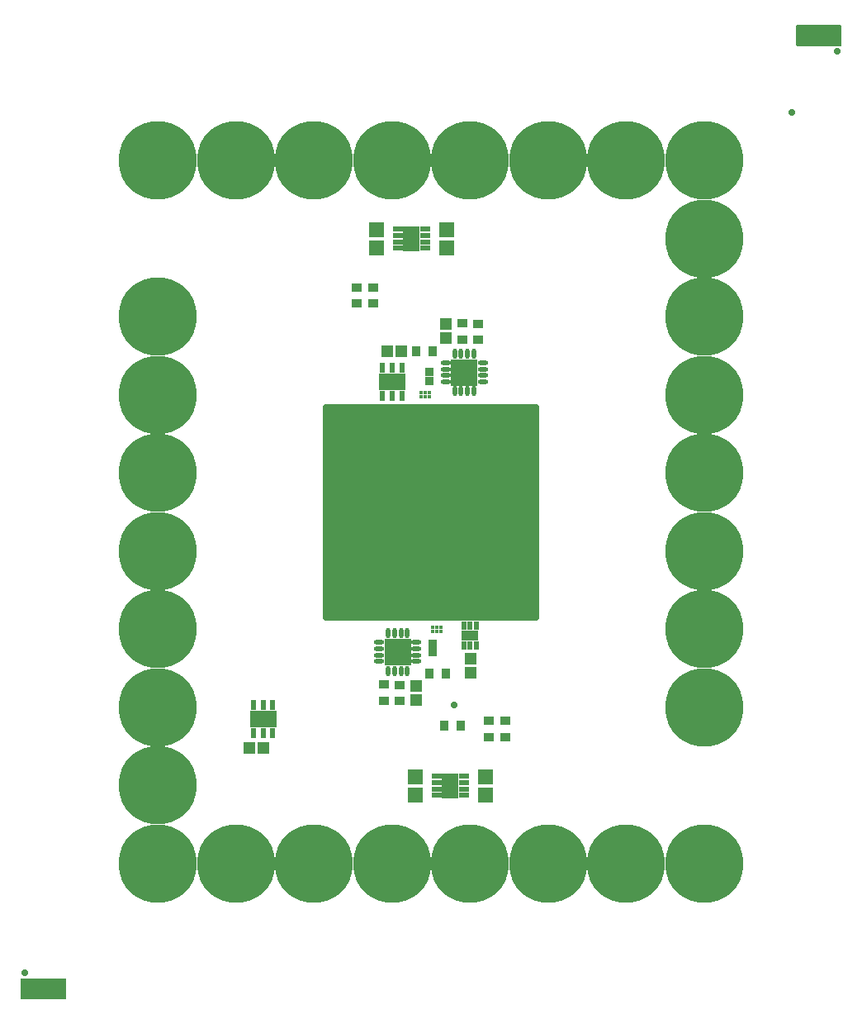
<source format=gts>
G04*
G04 #@! TF.GenerationSoftware,Altium Limited,Altium Designer,23.8.1 (32)*
G04*
G04 Layer_Color=8388736*
%FSLAX25Y25*%
%MOIN*%
G70*
G04*
G04 #@! TF.SameCoordinates,E08CAFE3-3647-4911-8EA2-20DD2F02231A*
G04*
G04*
G04 #@! TF.FilePolarity,Negative*
G04*
G01*
G75*
%ADD30R,0.01968X0.03543*%
%ADD31R,0.07087X0.04291*%
%ADD32R,0.06653X0.10236*%
%ADD33R,0.04331X0.02165*%
%ADD34C,0.01575*%
%ADD35R,0.11024X0.11024*%
%ADD36O,0.04134X0.01968*%
%ADD37O,0.01968X0.04134*%
%ADD38R,0.02362X0.03937*%
%ADD39R,0.10630X0.06693*%
%ADD40R,0.03543X0.04331*%
%ADD41R,0.04331X0.03543*%
G04:AMPARAMS|DCode=42|XSize=874.02mil|YSize=874.02mil|CornerRadius=12.6mil|HoleSize=0mil|Usage=FLASHONLY|Rotation=90.000|XOffset=0mil|YOffset=0mil|HoleType=Round|Shape=RoundedRectangle|*
%AMROUNDEDRECTD42*
21,1,0.87402,0.84882,0,0,90.0*
21,1,0.84882,0.87402,0,0,90.0*
1,1,0.02520,0.42441,0.42441*
1,1,0.02520,0.42441,-0.42441*
1,1,0.02520,-0.42441,-0.42441*
1,1,0.02520,-0.42441,0.42441*
%
%ADD42ROUNDEDRECTD42*%
%ADD43R,0.04724X0.04724*%
%ADD44R,0.06496X0.05906*%
%ADD45R,0.03622X0.03465*%
%ADD46R,0.04724X0.04724*%
%ADD47C,0.31496*%
%ADD48C,0.02756*%
G36*
X165012Y196651D02*
X165063Y196641D01*
X165112Y196624D01*
X165158Y196601D01*
X165201Y196573D01*
X165240Y196539D01*
X165633Y196145D01*
X165667Y196106D01*
X165696Y196063D01*
X165719Y196017D01*
X165735Y195968D01*
X165745Y195918D01*
X165749Y195866D01*
Y188386D01*
X165745Y188334D01*
X165735Y188284D01*
X165719Y188235D01*
X165696Y188189D01*
X165667Y188146D01*
X165633Y188107D01*
X165594Y188073D01*
X165552Y188044D01*
X165505Y188021D01*
X165456Y188005D01*
X165406Y187995D01*
X165354Y187991D01*
X164173D01*
X164122Y187995D01*
X164071Y188005D01*
X164022Y188021D01*
X163976Y188044D01*
X163930Y188021D01*
X163882Y188005D01*
X163831Y187995D01*
X163779Y187991D01*
X163386D01*
X163334Y187995D01*
X163284Y188005D01*
X163235Y188021D01*
X163189Y188044D01*
X163143Y188021D01*
X163094Y188005D01*
X163044Y187995D01*
X162992Y187991D01*
X161811D01*
X161759Y187995D01*
X161709Y188005D01*
X161660Y188021D01*
X161614Y188044D01*
X161568Y188021D01*
X161520Y188005D01*
X161469Y187995D01*
X161417Y187991D01*
X161024D01*
X160972Y187995D01*
X160922Y188005D01*
X160873Y188021D01*
X160827Y188044D01*
X160781Y188021D01*
X160732Y188005D01*
X160681Y187995D01*
X160630Y187991D01*
X159449D01*
X159397Y187995D01*
X159347Y188005D01*
X159298Y188021D01*
X159252Y188044D01*
X159206Y188021D01*
X159157Y188005D01*
X159107Y187995D01*
X159055Y187991D01*
X158661D01*
X158610Y187995D01*
X158559Y188005D01*
X158510Y188021D01*
X158465Y188044D01*
X158419Y188021D01*
X158370Y188005D01*
X158319Y187995D01*
X158268Y187991D01*
X157087D01*
X157035Y187995D01*
X156984Y188005D01*
X156936Y188021D01*
X156890Y188044D01*
X156844Y188021D01*
X156795Y188005D01*
X156744Y187995D01*
X156693Y187991D01*
X156299D01*
X156248Y187995D01*
X156197Y188005D01*
X156148Y188021D01*
X156102Y188044D01*
X156056Y188021D01*
X156008Y188005D01*
X155957Y187995D01*
X155905Y187991D01*
X154724D01*
X154673Y187995D01*
X154622Y188005D01*
X154573Y188021D01*
X154528Y188044D01*
X154482Y188021D01*
X154433Y188005D01*
X154382Y187995D01*
X154331Y187991D01*
X153937D01*
X153885Y187995D01*
X153835Y188005D01*
X153786Y188021D01*
X153740Y188044D01*
X153694Y188021D01*
X153645Y188005D01*
X153595Y187995D01*
X153543Y187991D01*
X152362D01*
X152311Y187995D01*
X152260Y188005D01*
X152211Y188021D01*
X152165Y188044D01*
X152120Y188021D01*
X152071Y188005D01*
X152020Y187995D01*
X151969Y187991D01*
X151575D01*
X151523Y187995D01*
X151473Y188005D01*
X151424Y188021D01*
X151378Y188044D01*
X151332Y188021D01*
X151283Y188005D01*
X151233Y187995D01*
X151181Y187991D01*
X150000D01*
X149949Y187995D01*
X149898Y188005D01*
X149849Y188021D01*
X149803Y188044D01*
X149757Y188021D01*
X149708Y188005D01*
X149658Y187995D01*
X149606Y187991D01*
X149213D01*
X149161Y187995D01*
X149110Y188005D01*
X149062Y188021D01*
X149016Y188044D01*
X148970Y188021D01*
X148921Y188005D01*
X148870Y187995D01*
X148819Y187991D01*
X147638D01*
X147586Y187995D01*
X147536Y188005D01*
X147487Y188021D01*
X147441Y188044D01*
X147398Y188073D01*
X147359Y188107D01*
X147325Y188146D01*
X147296Y188189D01*
X147273Y188235D01*
X147257Y188284D01*
X147247Y188334D01*
X147243Y188386D01*
Y195866D01*
X147247Y195918D01*
X147257Y195968D01*
X147273Y196017D01*
X147296Y196063D01*
X147325Y196106D01*
X147359Y196145D01*
X147752Y196539D01*
X147752Y196539D01*
X147791Y196573D01*
X147834Y196601D01*
X147880Y196624D01*
X147929Y196641D01*
X147980Y196651D01*
X148031Y196654D01*
X148425D01*
X148477Y196651D01*
X148527Y196641D01*
X148576Y196624D01*
X148623Y196601D01*
X148665Y196573D01*
X148704Y196539D01*
X148844Y196399D01*
X148848Y196411D01*
X148871Y196457D01*
X148900Y196500D01*
X148934Y196539D01*
X148972Y196573D01*
X149015Y196601D01*
X149062Y196624D01*
X149110Y196641D01*
X149161Y196651D01*
X149213Y196654D01*
X149606D01*
X149658Y196651D01*
X149708Y196641D01*
X149757Y196624D01*
X149804Y196601D01*
X149846Y196573D01*
X149885Y196539D01*
X149919Y196500D01*
X149948Y196457D01*
X149971Y196411D01*
X149975Y196399D01*
X150115Y196539D01*
X150154Y196573D01*
X150196Y196601D01*
X150243Y196624D01*
X150292Y196641D01*
X150342Y196651D01*
X150394Y196654D01*
X150787D01*
X150839Y196651D01*
X150890Y196641D01*
X150938Y196624D01*
X150985Y196601D01*
X151028Y196573D01*
X151066Y196539D01*
X151206Y196399D01*
X151210Y196411D01*
X151233Y196457D01*
X151262Y196500D01*
X151296Y196539D01*
X151335Y196573D01*
X151377Y196601D01*
X151424Y196624D01*
X151473Y196641D01*
X151523Y196651D01*
X151575Y196654D01*
X151969D01*
X152020Y196651D01*
X152071Y196641D01*
X152120Y196624D01*
X152166Y196601D01*
X152209Y196573D01*
X152248Y196539D01*
X152281Y196500D01*
X152310Y196457D01*
X152333Y196411D01*
X152337Y196399D01*
X152477Y196539D01*
X152516Y196573D01*
X152559Y196601D01*
X152605Y196624D01*
X152654Y196641D01*
X152704Y196651D01*
X152756Y196654D01*
X153150D01*
X153201Y196651D01*
X153252Y196641D01*
X153301Y196624D01*
X153347Y196601D01*
X153390Y196573D01*
X153429Y196539D01*
X153568Y196399D01*
X153572Y196411D01*
X153595Y196457D01*
X153624Y196500D01*
X153658Y196539D01*
X153697Y196573D01*
X153740Y196601D01*
X153786Y196624D01*
X153835Y196641D01*
X153885Y196651D01*
X153937Y196654D01*
X154331D01*
X154382Y196651D01*
X154433Y196641D01*
X154482Y196624D01*
X154528Y196601D01*
X154571Y196573D01*
X154610Y196539D01*
X154644Y196500D01*
X154672Y196457D01*
X154695Y196411D01*
X154699Y196399D01*
X154839Y196539D01*
X154878Y196573D01*
X154921Y196601D01*
X154967Y196624D01*
X155016Y196641D01*
X155067Y196651D01*
X155118Y196654D01*
X155512D01*
X155563Y196651D01*
X155614Y196641D01*
X155663Y196624D01*
X155709Y196601D01*
X155752Y196573D01*
X155791Y196539D01*
X155931Y196399D01*
X155935Y196411D01*
X155957Y196457D01*
X155986Y196500D01*
X156020Y196539D01*
X156059Y196573D01*
X156102Y196601D01*
X156148Y196624D01*
X156197Y196641D01*
X156248Y196651D01*
X156299Y196654D01*
X156693D01*
X156744Y196651D01*
X156795Y196641D01*
X156844Y196624D01*
X156890Y196601D01*
X156933Y196573D01*
X156972Y196539D01*
X157006Y196500D01*
X157035Y196457D01*
X157057Y196411D01*
X157062Y196399D01*
X157201Y196539D01*
X157240Y196573D01*
X157283Y196601D01*
X157329Y196624D01*
X157378Y196641D01*
X157429Y196651D01*
X157480Y196654D01*
X157874D01*
X157925Y196651D01*
X157976Y196641D01*
X158025Y196624D01*
X158071Y196601D01*
X158114Y196573D01*
X158153Y196539D01*
X158293Y196399D01*
X158297Y196411D01*
X158320Y196457D01*
X158348Y196500D01*
X158382Y196539D01*
X158421Y196573D01*
X158464Y196601D01*
X158510Y196624D01*
X158559Y196641D01*
X158610Y196651D01*
X158661Y196654D01*
X159055D01*
X159107Y196651D01*
X159157Y196641D01*
X159206Y196624D01*
X159252Y196601D01*
X159295Y196573D01*
X159334Y196539D01*
X159368Y196500D01*
X159397Y196457D01*
X159420Y196411D01*
X159424Y196399D01*
X159564Y196539D01*
X159602Y196573D01*
X159645Y196601D01*
X159692Y196624D01*
X159740Y196641D01*
X159791Y196651D01*
X159843Y196654D01*
X160236D01*
X160288Y196651D01*
X160338Y196641D01*
X160387Y196624D01*
X160433Y196601D01*
X160476Y196573D01*
X160515Y196539D01*
X160655Y196399D01*
X160659Y196411D01*
X160682Y196457D01*
X160711Y196500D01*
X160745Y196539D01*
X160783Y196573D01*
X160826Y196601D01*
X160873Y196624D01*
X160922Y196641D01*
X160972Y196651D01*
X161024Y196654D01*
X161417D01*
X161469Y196651D01*
X161520Y196641D01*
X161568Y196624D01*
X161615Y196601D01*
X161658Y196573D01*
X161696Y196539D01*
X161730Y196500D01*
X161759Y196457D01*
X161782Y196411D01*
X161786Y196399D01*
X161926Y196539D01*
X161965Y196573D01*
X162007Y196601D01*
X162054Y196624D01*
X162103Y196641D01*
X162153Y196651D01*
X162205Y196654D01*
X162598D01*
X162650Y196651D01*
X162700Y196641D01*
X162749Y196624D01*
X162796Y196601D01*
X162839Y196573D01*
X162877Y196539D01*
X163017Y196399D01*
X163021Y196411D01*
X163044Y196457D01*
X163073Y196500D01*
X163107Y196539D01*
X163146Y196573D01*
X163189Y196601D01*
X163235Y196624D01*
X163284Y196641D01*
X163334Y196651D01*
X163386Y196654D01*
X163779D01*
X163831Y196651D01*
X163882Y196641D01*
X163930Y196624D01*
X163977Y196601D01*
X164020Y196573D01*
X164058Y196539D01*
X164093Y196500D01*
X164121Y196457D01*
X164144Y196411D01*
X164148Y196399D01*
X164288Y196539D01*
X164327Y196573D01*
X164370Y196601D01*
X164416Y196624D01*
X164465Y196641D01*
X164515Y196651D01*
X164567Y196654D01*
X164961D01*
X165012Y196651D01*
D02*
G37*
G36*
X-147586Y-187995D02*
X-147536Y-188005D01*
X-147487Y-188021D01*
X-147441Y-188044D01*
X-147398Y-188073D01*
X-147359Y-188107D01*
X-147325Y-188146D01*
X-147296Y-188189D01*
X-147273Y-188235D01*
X-147257Y-188284D01*
X-147247Y-188334D01*
X-147243Y-188386D01*
Y-195866D01*
X-147247Y-195918D01*
X-147257Y-195968D01*
X-147273Y-196017D01*
X-147296Y-196063D01*
X-147325Y-196106D01*
X-147359Y-196145D01*
X-147752Y-196539D01*
X-147752Y-196539D01*
X-147791Y-196573D01*
X-147834Y-196601D01*
X-147880Y-196624D01*
X-147929Y-196641D01*
X-147980Y-196651D01*
X-148031Y-196654D01*
X-148425D01*
X-148477Y-196651D01*
X-148527Y-196641D01*
X-148576Y-196624D01*
X-148623Y-196601D01*
X-148665Y-196573D01*
X-148704Y-196539D01*
X-148844Y-196399D01*
X-148848Y-196411D01*
X-148871Y-196457D01*
X-148900Y-196500D01*
X-148934Y-196539D01*
X-148972Y-196573D01*
X-149015Y-196601D01*
X-149062Y-196624D01*
X-149110Y-196641D01*
X-149161Y-196651D01*
X-149213Y-196654D01*
X-149606D01*
X-149658Y-196651D01*
X-149708Y-196641D01*
X-149757Y-196624D01*
X-149804Y-196601D01*
X-149846Y-196573D01*
X-149885Y-196539D01*
X-149919Y-196500D01*
X-149948Y-196457D01*
X-149971Y-196411D01*
X-149975Y-196399D01*
X-150115Y-196539D01*
X-150154Y-196573D01*
X-150196Y-196601D01*
X-150243Y-196624D01*
X-150292Y-196641D01*
X-150342Y-196651D01*
X-150394Y-196654D01*
X-150787D01*
X-150839Y-196651D01*
X-150890Y-196641D01*
X-150938Y-196624D01*
X-150985Y-196601D01*
X-151028Y-196573D01*
X-151066Y-196539D01*
X-151206Y-196399D01*
X-151210Y-196411D01*
X-151233Y-196457D01*
X-151262Y-196500D01*
X-151296Y-196539D01*
X-151335Y-196573D01*
X-151377Y-196601D01*
X-151424Y-196624D01*
X-151473Y-196641D01*
X-151523Y-196651D01*
X-151575Y-196654D01*
X-151969D01*
X-152020Y-196651D01*
X-152071Y-196641D01*
X-152120Y-196624D01*
X-152166Y-196601D01*
X-152209Y-196573D01*
X-152248Y-196539D01*
X-152281Y-196500D01*
X-152310Y-196457D01*
X-152333Y-196411D01*
X-152337Y-196399D01*
X-152477Y-196539D01*
X-152516Y-196573D01*
X-152559Y-196601D01*
X-152605Y-196624D01*
X-152654Y-196641D01*
X-152704Y-196651D01*
X-152756Y-196654D01*
X-153150D01*
X-153201Y-196651D01*
X-153252Y-196641D01*
X-153301Y-196624D01*
X-153347Y-196601D01*
X-153390Y-196573D01*
X-153429Y-196539D01*
X-153568Y-196399D01*
X-153572Y-196411D01*
X-153595Y-196457D01*
X-153624Y-196500D01*
X-153658Y-196539D01*
X-153697Y-196573D01*
X-153740Y-196601D01*
X-153786Y-196624D01*
X-153835Y-196641D01*
X-153885Y-196651D01*
X-153937Y-196654D01*
X-154331D01*
X-154382Y-196651D01*
X-154433Y-196641D01*
X-154482Y-196624D01*
X-154528Y-196601D01*
X-154571Y-196573D01*
X-154610Y-196539D01*
X-154644Y-196500D01*
X-154672Y-196457D01*
X-154695Y-196411D01*
X-154699Y-196399D01*
X-154839Y-196539D01*
X-154878Y-196573D01*
X-154921Y-196601D01*
X-154967Y-196624D01*
X-155016Y-196641D01*
X-155067Y-196651D01*
X-155118Y-196654D01*
X-155512D01*
X-155563Y-196651D01*
X-155614Y-196641D01*
X-155663Y-196624D01*
X-155709Y-196601D01*
X-155752Y-196573D01*
X-155791Y-196539D01*
X-155931Y-196399D01*
X-155935Y-196411D01*
X-155957Y-196457D01*
X-155986Y-196500D01*
X-156020Y-196539D01*
X-156059Y-196573D01*
X-156102Y-196601D01*
X-156148Y-196624D01*
X-156197Y-196641D01*
X-156248Y-196651D01*
X-156299Y-196654D01*
X-156693D01*
X-156744Y-196651D01*
X-156795Y-196641D01*
X-156844Y-196624D01*
X-156890Y-196601D01*
X-156933Y-196573D01*
X-156972Y-196539D01*
X-157006Y-196500D01*
X-157035Y-196457D01*
X-157057Y-196411D01*
X-157062Y-196399D01*
X-157201Y-196539D01*
X-157240Y-196573D01*
X-157283Y-196601D01*
X-157329Y-196624D01*
X-157378Y-196641D01*
X-157429Y-196651D01*
X-157480Y-196654D01*
X-157874D01*
X-157925Y-196651D01*
X-157976Y-196641D01*
X-158025Y-196624D01*
X-158071Y-196601D01*
X-158114Y-196573D01*
X-158153Y-196539D01*
X-158293Y-196399D01*
X-158297Y-196411D01*
X-158320Y-196457D01*
X-158348Y-196500D01*
X-158382Y-196539D01*
X-158421Y-196573D01*
X-158464Y-196601D01*
X-158510Y-196624D01*
X-158559Y-196641D01*
X-158610Y-196651D01*
X-158661Y-196654D01*
X-159055D01*
X-159107Y-196651D01*
X-159157Y-196641D01*
X-159206Y-196624D01*
X-159252Y-196601D01*
X-159295Y-196573D01*
X-159334Y-196539D01*
X-159368Y-196500D01*
X-159397Y-196457D01*
X-159420Y-196411D01*
X-159424Y-196399D01*
X-159564Y-196539D01*
X-159602Y-196573D01*
X-159645Y-196601D01*
X-159692Y-196624D01*
X-159740Y-196641D01*
X-159791Y-196651D01*
X-159843Y-196654D01*
X-160236D01*
X-160288Y-196651D01*
X-160338Y-196641D01*
X-160387Y-196624D01*
X-160433Y-196601D01*
X-160476Y-196573D01*
X-160515Y-196539D01*
X-160655Y-196399D01*
X-160659Y-196411D01*
X-160682Y-196457D01*
X-160711Y-196500D01*
X-160745Y-196539D01*
X-160783Y-196573D01*
X-160826Y-196601D01*
X-160873Y-196624D01*
X-160922Y-196641D01*
X-160972Y-196651D01*
X-161024Y-196654D01*
X-161417D01*
X-161469Y-196651D01*
X-161520Y-196641D01*
X-161568Y-196624D01*
X-161615Y-196601D01*
X-161658Y-196573D01*
X-161696Y-196539D01*
X-161730Y-196500D01*
X-161759Y-196457D01*
X-161782Y-196411D01*
X-161786Y-196399D01*
X-161926Y-196539D01*
X-161965Y-196573D01*
X-162007Y-196601D01*
X-162054Y-196624D01*
X-162103Y-196641D01*
X-162153Y-196651D01*
X-162205Y-196654D01*
X-162598D01*
X-162650Y-196651D01*
X-162700Y-196641D01*
X-162749Y-196624D01*
X-162796Y-196601D01*
X-162839Y-196573D01*
X-162877Y-196539D01*
X-163017Y-196399D01*
X-163021Y-196411D01*
X-163044Y-196457D01*
X-163073Y-196500D01*
X-163107Y-196539D01*
X-163146Y-196573D01*
X-163189Y-196601D01*
X-163235Y-196624D01*
X-163284Y-196641D01*
X-163334Y-196651D01*
X-163386Y-196654D01*
X-163779D01*
X-163831Y-196651D01*
X-163882Y-196641D01*
X-163930Y-196624D01*
X-163977Y-196601D01*
X-164020Y-196573D01*
X-164058Y-196539D01*
X-164093Y-196500D01*
X-164121Y-196457D01*
X-164144Y-196411D01*
X-164148Y-196399D01*
X-164288Y-196539D01*
X-164327Y-196573D01*
X-164370Y-196601D01*
X-164416Y-196624D01*
X-164465Y-196641D01*
X-164515Y-196651D01*
X-164567Y-196654D01*
X-164961D01*
X-165012Y-196651D01*
X-165063Y-196641D01*
X-165112Y-196624D01*
X-165158Y-196601D01*
X-165201Y-196573D01*
X-165240Y-196539D01*
X-165633Y-196145D01*
X-165667Y-196106D01*
X-165696Y-196063D01*
X-165719Y-196017D01*
X-165735Y-195968D01*
X-165745Y-195918D01*
X-165749Y-195866D01*
Y-188386D01*
X-165745Y-188334D01*
X-165735Y-188284D01*
X-165719Y-188235D01*
X-165696Y-188189D01*
X-165667Y-188146D01*
X-165633Y-188107D01*
X-165594Y-188073D01*
X-165552Y-188044D01*
X-165505Y-188021D01*
X-165456Y-188005D01*
X-165406Y-187995D01*
X-165354Y-187991D01*
X-164173D01*
X-164122Y-187995D01*
X-164071Y-188005D01*
X-164022Y-188021D01*
X-163976Y-188044D01*
X-163930Y-188021D01*
X-163882Y-188005D01*
X-163831Y-187995D01*
X-163779Y-187991D01*
X-163386D01*
X-163334Y-187995D01*
X-163284Y-188005D01*
X-163235Y-188021D01*
X-163189Y-188044D01*
X-163143Y-188021D01*
X-163094Y-188005D01*
X-163044Y-187995D01*
X-162992Y-187991D01*
X-161811D01*
X-161759Y-187995D01*
X-161709Y-188005D01*
X-161660Y-188021D01*
X-161614Y-188044D01*
X-161568Y-188021D01*
X-161520Y-188005D01*
X-161469Y-187995D01*
X-161417Y-187991D01*
X-161024D01*
X-160972Y-187995D01*
X-160922Y-188005D01*
X-160873Y-188021D01*
X-160827Y-188044D01*
X-160781Y-188021D01*
X-160732Y-188005D01*
X-160681Y-187995D01*
X-160630Y-187991D01*
X-159449D01*
X-159397Y-187995D01*
X-159347Y-188005D01*
X-159298Y-188021D01*
X-159252Y-188044D01*
X-159206Y-188021D01*
X-159157Y-188005D01*
X-159107Y-187995D01*
X-159055Y-187991D01*
X-158661D01*
X-158610Y-187995D01*
X-158559Y-188005D01*
X-158510Y-188021D01*
X-158465Y-188044D01*
X-158419Y-188021D01*
X-158370Y-188005D01*
X-158319Y-187995D01*
X-158268Y-187991D01*
X-157087D01*
X-157035Y-187995D01*
X-156984Y-188005D01*
X-156936Y-188021D01*
X-156890Y-188044D01*
X-156844Y-188021D01*
X-156795Y-188005D01*
X-156744Y-187995D01*
X-156693Y-187991D01*
X-156299D01*
X-156248Y-187995D01*
X-156197Y-188005D01*
X-156148Y-188021D01*
X-156102Y-188044D01*
X-156056Y-188021D01*
X-156008Y-188005D01*
X-155957Y-187995D01*
X-155905Y-187991D01*
X-154724D01*
X-154673Y-187995D01*
X-154622Y-188005D01*
X-154573Y-188021D01*
X-154528Y-188044D01*
X-154482Y-188021D01*
X-154433Y-188005D01*
X-154382Y-187995D01*
X-154331Y-187991D01*
X-153937D01*
X-153885Y-187995D01*
X-153835Y-188005D01*
X-153786Y-188021D01*
X-153740Y-188044D01*
X-153694Y-188021D01*
X-153645Y-188005D01*
X-153595Y-187995D01*
X-153543Y-187991D01*
X-152362D01*
X-152311Y-187995D01*
X-152260Y-188005D01*
X-152211Y-188021D01*
X-152165Y-188044D01*
X-152120Y-188021D01*
X-152071Y-188005D01*
X-152020Y-187995D01*
X-151969Y-187991D01*
X-151575D01*
X-151523Y-187995D01*
X-151473Y-188005D01*
X-151424Y-188021D01*
X-151378Y-188044D01*
X-151332Y-188021D01*
X-151283Y-188005D01*
X-151233Y-187995D01*
X-151181Y-187991D01*
X-150000D01*
X-149949Y-187995D01*
X-149898Y-188005D01*
X-149849Y-188021D01*
X-149803Y-188044D01*
X-149757Y-188021D01*
X-149708Y-188005D01*
X-149658Y-187995D01*
X-149606Y-187991D01*
X-149213D01*
X-149161Y-187995D01*
X-149110Y-188005D01*
X-149062Y-188021D01*
X-149016Y-188044D01*
X-148970Y-188021D01*
X-148921Y-188005D01*
X-148870Y-187995D01*
X-148819Y-187991D01*
X-147638D01*
X-147586Y-187995D01*
D02*
G37*
D30*
X18307Y-45886D02*
D03*
X15748D02*
D03*
X13189D02*
D03*
X18307Y-53720D02*
D03*
X15748D02*
D03*
X13189D02*
D03*
D31*
X15748Y-49803D02*
D03*
D32*
X7777Y-110380D02*
D03*
X-7874Y110236D02*
D03*
D33*
X13269Y-114219D02*
D03*
Y-111660D02*
D03*
Y-109101D02*
D03*
Y-106542D02*
D03*
X2285Y-114219D02*
D03*
Y-111660D02*
D03*
Y-109101D02*
D03*
Y-106542D02*
D03*
X-13366Y114075D02*
D03*
Y111516D02*
D03*
Y108957D02*
D03*
Y106398D02*
D03*
X-2382Y114075D02*
D03*
Y111516D02*
D03*
Y108957D02*
D03*
Y106398D02*
D03*
D34*
X3840Y-48176D02*
D03*
X2265D02*
D03*
X691D02*
D03*
X3840Y-46601D02*
D03*
X2265D02*
D03*
X691D02*
D03*
X-3937Y48031D02*
D03*
X-2362D02*
D03*
X-787D02*
D03*
X-3937Y46457D02*
D03*
X-2362D02*
D03*
X-787D02*
D03*
D35*
X-13483Y-56444D02*
D03*
X13386Y56299D02*
D03*
D36*
X-5904Y-52605D02*
D03*
Y-55164D02*
D03*
Y-57723D02*
D03*
Y-60282D02*
D03*
X-21061D02*
D03*
Y-57723D02*
D03*
Y-55164D02*
D03*
Y-52605D02*
D03*
X5807Y52461D02*
D03*
Y55020D02*
D03*
Y57579D02*
D03*
Y60138D02*
D03*
X20965D02*
D03*
Y57579D02*
D03*
Y55020D02*
D03*
Y52461D02*
D03*
D37*
X-9644Y-64022D02*
D03*
X-12203D02*
D03*
X-14762D02*
D03*
X-17321D02*
D03*
Y-48865D02*
D03*
X-14762D02*
D03*
X-12203D02*
D03*
X-9644D02*
D03*
X9547Y63878D02*
D03*
X12106D02*
D03*
X14665D02*
D03*
X17224D02*
D03*
Y48720D02*
D03*
X14665D02*
D03*
X12106D02*
D03*
X9547D02*
D03*
D38*
X-63878Y-77933D02*
D03*
X-67815D02*
D03*
X-71752D02*
D03*
X-63878Y-89272D02*
D03*
X-67815D02*
D03*
X-71752D02*
D03*
X-19685Y46693D02*
D03*
X-15748D02*
D03*
X-11811D02*
D03*
X-19685Y58031D02*
D03*
X-15748D02*
D03*
X-11811D02*
D03*
D39*
X-67815Y-83602D02*
D03*
X-15748Y52362D02*
D03*
D40*
X11811Y-86221D02*
D03*
X5299D02*
D03*
X5915Y-65105D02*
D03*
X-597D02*
D03*
X-6012Y64961D02*
D03*
X500D02*
D03*
D41*
X-18994Y-69617D02*
D03*
Y-76129D02*
D03*
X-12695Y-69723D02*
D03*
Y-76235D02*
D03*
X23132Y-84290D02*
D03*
Y-90802D02*
D03*
X29825Y-84290D02*
D03*
Y-90802D02*
D03*
X18898Y69472D02*
D03*
Y75984D02*
D03*
X12598Y69579D02*
D03*
Y76091D02*
D03*
X-23228Y84146D02*
D03*
Y90658D02*
D03*
X-29921Y84146D02*
D03*
Y90658D02*
D03*
D42*
X0Y0D02*
D03*
D43*
X15846Y-64870D02*
D03*
Y-59146D02*
D03*
X-6002Y-75947D02*
D03*
Y-70223D02*
D03*
X5906Y75803D02*
D03*
Y70079D02*
D03*
D44*
X21950Y-106731D02*
D03*
Y-114030D02*
D03*
X-6396Y-106731D02*
D03*
Y-114030D02*
D03*
X-22047Y106587D02*
D03*
Y113886D02*
D03*
X6299Y106587D02*
D03*
Y113886D02*
D03*
D45*
X691Y-56640D02*
D03*
Y-53097D02*
D03*
X-787Y56496D02*
D03*
Y52953D02*
D03*
D46*
X-73441Y-95276D02*
D03*
X-67716D02*
D03*
X-12098Y64961D02*
D03*
X-17823D02*
D03*
D47*
X-110236Y47244D02*
D03*
Y15748D02*
D03*
Y-15748D02*
D03*
Y-47244D02*
D03*
Y-78740D02*
D03*
Y-110236D02*
D03*
Y-141732D02*
D03*
X110236Y47244D02*
D03*
Y78740D02*
D03*
Y-47244D02*
D03*
Y-15748D02*
D03*
Y15748D02*
D03*
Y110236D02*
D03*
X-110236Y141732D02*
D03*
X47244D02*
D03*
X78740D02*
D03*
X-47244D02*
D03*
X-78740D02*
D03*
X-15748D02*
D03*
X15748D02*
D03*
X110236D02*
D03*
X47244Y-141732D02*
D03*
X78740D02*
D03*
X-47244D02*
D03*
X-78740D02*
D03*
X-15748D02*
D03*
X15748D02*
D03*
X110236D02*
D03*
Y-78740D02*
D03*
X-110236Y78740D02*
D03*
D48*
X9449Y-77953D02*
D03*
X-164174Y-185855D02*
D03*
X164077Y185710D02*
D03*
X145768Y161024D02*
D03*
M02*

</source>
